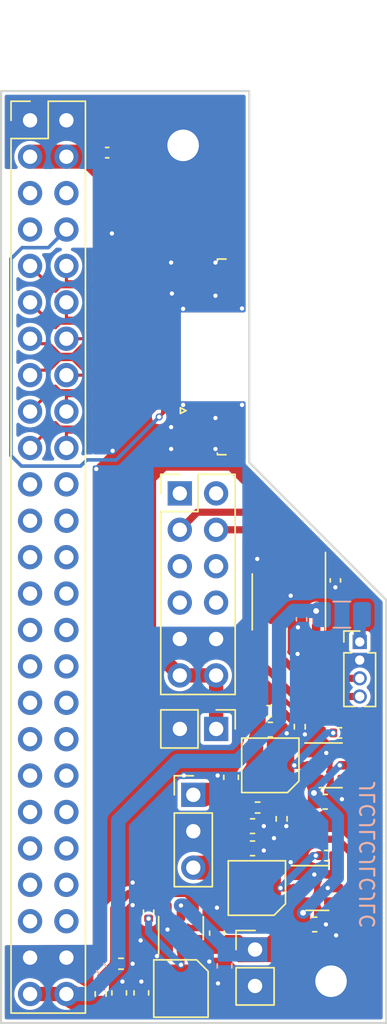
<source format=kicad_pcb>
(kicad_pcb (version 20211014) (generator pcbnew)
  (layers (0 "F.Cu" signal) (31 "B.Cu" signal) (34 "B.Paste" user) (35 "F.Paste" user) (36 "B.SilkS" user "B.Silkscreen") (37 "F.SilkS" user "F.Silkscreen") (38 "B.Mask" user) (39 "F.Mask" user) (44 "Edge.Cuts" user))
  (net 0 "")
  (net 1 "GND")
  (net 2 "+2V5")
  (net 3 "/P20")
  (net 4 "/N20")
  (net 5 "/T19")
  (net 6 "/R19")
  (net 7 "/DB1N")
  (net 8 "/DB1P")
  (net 9 "/DB0N")
  (net 10 "/DB0P")
  (net 11 "/FCLKN")
  (net 12 "/FCLKP")
  (net 13 "/DCLKN")
  (net 14 "/DCLKP")
  (net 15 "/DA1N")
  (net 16 "/DA1P")
  (net 17 "/DA0N")
  (net 18 "/DA0P")
  (net 19 "/U18")
  (net 20 "/U19")
  (net 21 "/W18")
  (net 22 "/W19")
  (net 23 "/V17")
  (net 24 "/V18")
  (net 25 "/V16")
  (net 26 "/W16")
  (net 27 "/V15")
  (net 28 "/W15")
  (net 29 "/Y18")
  (net 30 "/Y19")
  (net 31 "/Y16")
  (net 32 "/Y17")
  (net 33 "/W14")
  (net 34 "/Y14")
  (net 35 "/T14")
  (net 36 "/T15")
  (net 37 "/P14")
  (net 38 "/U14")
  (net 39 "/V12")
  (net 40 "/W13")
  (net 41 "/T12")
  (net 42 "/U12")
  (net 43 "/T10")
  (net 44 "/T11")
  (net 45 "+5V")
  (net 46 "Net-(C6-Pad1)")
  (net 47 "Net-(C6-Pad2)")
  (net 48 "Net-(C7-Pad1)")
  (net 49 "Net-(C7-Pad2)")
  (net 50 "+3V3")
  (net 51 "Net-(F1-Pad2)")
  (net 52 "/F19")
  (net 53 "/F20")
  (net 54 "/CAN_R")
  (net 55 "/CAN_T")
  (net 56 "/H18")
  (net 57 "/H20")
  (net 58 "/J19")
  (net 59 "/J20")
  (net 60 "Net-(J6-Pad3)")
  (net 61 "Net-(J6-Pad4)")
  (net 62 "+3V8")
  (net 63 "Net-(R1-Pad2)")
  (net 64 "Net-(R3-Pad2)")
  (net 65 "+12V")
  (net 66 "Net-(C15-Pad1)")
  (net 67 "Net-(C15-Pad2)")
  (net 68 "+6V")
  (net 69 "Net-(R5-Pad2)")
  (footprint "Capacitor_SMD:C_0402_1005Metric" (layer "F.Cu") (at 100.4062 99.8982)
    (fp_text reference "C15" hide)
    (fp_text value "100n" hide)
  )
  (footprint "Resistor_SMD:R_0402_1005Metric" (layer "F.Cu") (at 94.6404 105.1052)
    (fp_text reference "R3" hide)
    (fp_text value "100k 1%" hide)
  )
  (footprint "Capacitor_SMD:C_0603_1608Metric" (layer "F.Cu") (at 92.7862 102.997 -90)
    (fp_text reference "C16" hide)
    (fp_text value "10u" hide)
  )
  (footprint "Capacitor_SMD:C_0402_1005Metric" (layer "F.Cu") (at 87.020401 112.371599 90)
    (fp_text reference "C6" hide)
    (fp_text value "100n" hide)
  )
  (footprint "Package_TO_SOT_SMD:SOT-23-6" (layer "F.Cu") (at 98.806 110.7186)
    (fp_text reference "U2" hide)
    (fp_text value "LMR51430" hide)
  )
  (footprint "Package_TO_SOT_SMD:SOT-23-6" (layer "F.Cu") (at 89.281 113.5146 90)
    (fp_text reference "U1" hide)
    (fp_text value "LMR51430" hide)
  )
  (footprint "Capacitor_SMD:C_0402_1005Metric" (layer "F.Cu") (at 99.441 108.458)
    (fp_text reference "C7" hide)
    (fp_text value "100n" hide)
  )
  (footprint "Connector_PinHeader_2.54mm:PinHeader_1x03_P2.54mm_Vertical" (layer "F.Cu") (at 90.1446 104.2162)
    (fp_text reference "J7" hide)
    (fp_text value "Conn_01x03_Male" hide)
  )
  (footprint "Capacitor_SMD:C_0603_1608Metric" (layer "F.Cu") (at 91.7956 113.8682 -90)
    (fp_text reference "C4" hide)
    (fp_text value "2u2" hide)
  )
  (footprint "Connector_PinHeader_1.27mm:PinHeader_1x04_P1.27mm_Vertical" (layer "F.Cu") (at 101.7778 93.5482)
    (fp_text reference "J6" hide)
    (fp_text value "Conn_01x04" hide)
  )
  (footprint "MountingHole:MountingHole_2.2mm_M2_ISO7380_Pad_TopBottom" (layer "F.Cu") (at 99.7712 117.221)
    (fp_text reference "H2" hide)
    (fp_text value "MountingHole_Pad" hide)
  )
  (footprint "Capacitor_SMD:C_0603_1608Metric" (layer "F.Cu") (at 95.5294 99.6696 180)
    (fp_text reference "C17" hide)
    (fp_text value "10u" hide)
  )
  (footprint "Resistor_SMD:R_0402_1005Metric" (layer "F.Cu") (at 95.4532 98.3742)
    (fp_text reference "R5" hide)
    (fp_text value "100k 1%" hide)
  )
  (footprint "Resistor_SMD:R_0402_1005Metric" (layer "F.Cu") (at 97.5868 99.4664 -90)
    (fp_text reference "R6" hide)
    (fp_text value "10k 1%" hide)
  )
  (footprint "Capacitor_SMD:C_0603_1608Metric" (layer "F.Cu") (at 99.3648 104.6988 180)
    (fp_text reference "C3" hide)
    (fp_text value "2u2" hide)
  )
  (footprint "Connector_PinHeader_2.54mm:PinHeader_2x25_P2.54mm_Vertical" (layer "F.Cu") (at 78.735 57.155)
    (fp_text reference "J1" hide)
    (fp_text value "Conn_02x25_Odd_Even" hide)
  )
  (footprint "Resistor_SMD:R_0402_1005Metric" (layer "F.Cu") (at 96.3168 105.8926 -90)
    (fp_text reference "R4" hide)
    (fp_text value "18k7 1%" hide)
  )
  (footprint "Connector_PinHeader_2.54mm:PinHeader_2x06_P2.54mm_Vertical" (layer "F.Cu") (at 89.1998 83.185)
    (fp_text reference "J3" hide)
    (fp_text value "Conn_02x06_Odd_Even" hide)
  )
  (footprint "Capacitor_SMD:C_0603_1608Metric" (layer "F.Cu") (at 84.963001 118.035799 -90)
    (fp_text reference "C11" hide)
    (fp_text value "10u" hide)
  )
  (footprint "Resistor_SMD:R_0402_1005Metric" (layer "F.Cu") (at 85.09 116.0018)
    (fp_text reference "R2" hide)
    (fp_text value "13k7 1%" hide)
  )
  (footprint "Capacitor_SMD:C_0402_1005Metric" (layer "F.Cu") (at 100.076 89.2556 90)
    (fp_text reference "C8" hide)
    (fp_text value "100n" hide)
  )
  (footprint "MountingHole:MountingHole_2.2mm_M2_ISO7380_Pad_TopBottom" (layer "F.Cu") (at 89.4334 58.9026)
    (fp_text reference "H1" hide)
    (fp_text value "MountingHole_Pad" hide)
  )
  (footprint "Package_TO_SOT_SMD:SOT-23-6" (layer "F.Cu") (at 99.7458 102.1588)
    (fp_text reference "U4" hide)
    (fp_text value "LMR51430" hide)
  )
  (footprint "Capacitor_SMD:C_0402_1005Metric" (layer "F.Cu") (at 84.1248 59.4106 180)
    (fp_text reference "C14" hide)
    (fp_text value "100n" hide)
  )
  (footprint "Connector_PinHeader_2.54mm:PinHeader_1x02_P2.54mm_Vertical" (layer "F.Cu") (at 91.7448 99.6188 -90)
    (fp_text reference "J5" hide)
    (fp_text value "Conn_01x02_Male" hide)
  )
  (footprint "Capacitor_SMD:C_0603_1608Metric" (layer "F.Cu") (at 98.6282 113.2586 180)
    (fp_text reference "C5" hide)
    (fp_text value "2u2" hide)
  )
  (footprint "SRP3212A:SRP3212A" (layer "F.Cu") (at 89.281 117.731 180)
    (fp_text reference "L1" hide)
    (fp_text value "3u3" hide)
  )
  (footprint "Capacitor_SMD:C_0603_1608Metric" (layer "F.Cu") (at 94.284801 106.400599 180)
    (fp_text reference "C12" hide)
    (fp_text value "10u" hide)
  )
  (footprint "SRP3212A:SRP3212A" (layer "F.Cu") (at 95.5294 102.1588 90)
    (fp_text reference "L3" hide)
    (fp_text value "3u3" hide)
  )
  (footprint "Capacitor_SMD:C_0603_1608Metric" (layer "F.Cu") (at 94.284801 107.95 180)
    (fp_text reference "C10" hide)
    (fp_text value "10u" hide)
  )
  (footprint "Resistor_SMD:R_0402_1005Metric" (layer "F.Cu") (at 83.6676 118.111999 90)
    (fp_text reference "R1" hide)
    (fp_text value "100k 1%" hide)
  )
  (footprint "Capacitor_SMD:C_0603_1608Metric" (layer "F.Cu") (at 86.5124 118.035799 -90)
    (fp_text reference "C9" hide)
    (fp_text value "10u" hide)
  )
  (footprint "Connector_PinHeader_2.54mm:PinHeader_1x02_P2.54mm_Vertical" (layer "F.Cu") (at 94.4626 115.0112)
    (fp_text reference "J4" hide)
    (fp_text value "Conn_01x02_Male" hide)
  )
  (footprint "SRP3212A:SRP3212A" (layer "F.Cu") (at 94.5896 110.7186 90)
    (fp_text reference "L2" hide)
    (fp_text value "3u3" hide)
  )
  (footprint "Package_SO:SOIC-8_3.9x4.9mm_P1.27mm" (layer "F.Cu") (at 96.8248 90.7542 -90)
    (fp_text reference "U3" hide)
    (fp_text value "ISO1044UB" hide)
  )
  (footprint "Connector_FFC-FPC:TE_1-1734839-6_1x16-1MP_P0.5mm_Horizontal" (layer "F.Cu") (at 89.789 73.66 90)
    (fp_text reference "J2" hide)
    (fp_text value "Conn_01x16_MountingPin" hide)
  )
  (footprint "Fuse:Fuse_1206_3216Metric" (layer "B.Cu") (at 100.5332 91.6432)
    (fp_text reference "F1" hide)
    (fp_text value "0.2A" hide)
  )
  (footprint "Capacitor_SMD:C_0402_1005Metric" (layer "B.Cu") (at 83.7184 116.332 135)
    (fp_text reference "C1" hide)
    (fp_text value "100n" hide)
  )
  (footprint "Capacitor_SMD:C_0603_1608Metric" (layer "B.Cu") (at 92.329 116.1542 90)
    (fp_text reference "C2" hide)
    (fp_text value "10u" hide)
  )
  (footprint "Capacitor_SMD:C_0402_1005Metric" (layer "B.Cu") (at 97.7138 91.9734 -90)
    (fp_text reference "C13" hide)
    (fp_text value "100n" hide)
  )
  (gr_poly (pts (xy 76.708 120.142) (xy 103.632 120.142) (xy 103.632 90.6272) (xy 94.0562 81.026) (xy 94.0562 55.118) (xy 76.708 55.118)) (layer "Edge.Cuts") (width 0.15) (fill none))
  (gr_text "JLCJLCJLCJLC\n" (at 102.3366 108.3818 90) (layer "B.SilkS") (effects (font (size 1 1)) (justify mirror)))
  (segment (start 89.3064 76.8858) (end 88.4632 76.8858) (width 0.25) (layer "F.Cu") (net 1))
  (segment (start 89.4334 77.0128) (end 89.3064 76.8858) (width 0.25) (layer "F.Cu") (net 1))
  (segment (start 88.4148 76.8858) (end 88.439 76.91) (width 0.25) (layer "F.Cu") (net 1))
  (segment (start 83.3628 81.4832) (end 83.3628 81.407) (width 0.25) (layer "F.Cu") (net 1))
  (segment (start 89.3064 70.4342) (end 88.4632 70.4342) (width 0.25) (layer "F.Cu") (net 1))
  (segment (start 88.4632 70.4342) (end 88.439 70.41) (width 0.25) (layer "F.Cu") (net 1))
  (segment (start 83.3628 81.407) (end 87.884 76.8858) (width 0.25) (layer "F.Cu") (net 1))
  (segment (start 87.884 76.8858) (end 88.4148 76.8858) (width 0.25) (layer "F.Cu") (net 1))
  (segment (start 88.4632 76.8858) (end 88.439 76.91) (width 0.25) (layer "F.Cu") (net 1))
  (segment (start 89.4334 70.3072) (end 89.3064 70.4342) (width 0.25) (layer "F.Cu") (net 1))
  (via (at 97.4598 92.5322) (size 0.5) (drill 0.3) (layers "F.Cu" "B.Cu") (net 1))
  (via (at 93.5482 70.2818) (size 0.5) (drill 0.3) (layers "F.Cu" "B.Cu") (net 1))
  (via (at 83.3628 81.4832) (size 0.5) (drill 0.3) (layers "F.Cu" "B.Cu") (net 1))
  (via (at 85.9028 110.3376) (size 0.5) (drill 0.3) (layers "F.Cu" "B.Cu") (net 1))
  (via (at 91.694 69.3928) (size 0.5) (drill 0.3) (layers "F.Cu" "B.Cu") (net 1))
  (via (at 91.8718 117.3734) (size 0.5) (drill 0.3) (layers "F.Cu" "B.Cu") (net 1))
  (via (at 89.4334 70.3072) (size 0.5) (drill 0.3) (layers "F.Cu" "B.Cu") (net 1))
  (via (at 85.1916 117.2464) (size 0.5) (drill 0.3) (layers "F.Cu" "B.Cu") (net 1))
  (via (at 95.0722 106.4006) (size 0.5) (drill 0.3) (layers "F.Cu" "B.Cu") (net 1))
  (via (at 100.5332 104.521) (size 0.5) (drill 0.3) (layers "F.Cu" "B.Cu") (net 1))
  (via (at 91.8464 102.87) (size 0.5) (drill 0.3) (layers "F.Cu" "B.Cu") (net 1))
  (via (at 96.9518 90.3224) (size 0.5) (drill 0.3) (layers "F.Cu" "B.Cu") (net 1))
  (via (at 91.694 80.0862) (size 0.5) (drill 0.3) (layers "F.Cu" "B.Cu") (net 1))
  (via (at 84.5058 80.2132) (size 0.5) (drill 0.3) (layers "F.Cu" "B.Cu") (net 1))
  (via (at 95.0722 108.1024) (size 0.5) (drill 0.3) (layers "F.Cu" "B.Cu") (net 1))
  (via (at 88.5952 67.0814) (size 0.5) (drill 0.3) (layers "F.Cu" "B.Cu") (net 1))
  (via (at 85.9028 111.9124) (size 0.5) (drill 0.3) (layers "F.Cu" "B.Cu") (net 1))
  (via (at 86.5124 117.2464) (size 0.5) (drill 0.3) (layers "F.Cu" "B.Cu") (net 1))
  (via (at 84.455 65.0494) (size 0.5) (drill 0.3) (layers "F.Cu" "B.Cu") (net 1))
  (via (at 85.9028 116.0018) (size 0.5) (drill 0.3) (layers "F.Cu" "B.Cu") (net 1))
  (via (at 96.9518 108.9152) (size 0.5) (drill 0.3) (layers "F.Cu" "B.Cu") (net 1))
  (via (at 87.6046 115.4684) (size 0.5) (drill 0.3) (layers "F.Cu" "B.Cu") (net 1))
  (via (at 100.076 89.7382) (size 0.5) (drill 0.3) (layers "F.Cu" "B.Cu") (net 1))
  (via (at 91.7956 112.0902) (size 0.5) (drill 0.3) (layers "F.Cu" "B.Cu") (net 1))
  (via (at 89.4842 102.87) (size 0.5) (drill 0.3) (layers "F.Cu" "B.Cu") (net 1))
  (via (at 99.441 101.2952) (size 0.5) (drill 0.3) (layers "F.Cu" "B.Cu") (net 1))
  (via (at 91.694 67.0814) (size 0.5) (drill 0.3) (layers "F.Cu" "B.Cu") (net 1))
  (via (at 89.4334 77.0128) (size 0.5) (drill 0.3) (layers "F.Cu" "B.Cu") (net 1))
  (via (at 95.7834 107.2388) (size 0.5) (drill 0.3) (layers "F.Cu" "B.Cu") (net 1))
  (via (at 96.647 106.4006) (size 0.5) (drill 0.3) (layers "F.Cu" "B.Cu") (net 1))
  (via (at 96.6724 99.9236) (size 0.5) (drill 0.3) (layers "F.Cu" "B.Cu") (net 1))
  (via (at 88.5952 78.5622) (size 0.5) (drill 0.3) (layers "F.Cu" "B.Cu") (net 1))
  (via (at 99.4156 113.2586) (size 0.5) (drill 0.3) (layers "F.Cu" "B.Cu") (net 1))
  (via (at 91.694 77.9272) (size 0.5) (drill 0.3) (layers "F.Cu" "B.Cu") (net 1))
  (via (at 94.615 87.757) (size 0.5) (drill 0.3) (layers "F.Cu" "B.Cu") (net 1))
  (via (at 97.4344 94.3864) (size 0.5) (drill 0.3) (layers "F.Cu" "B.Cu") (net 1))
  (via (at 88.3412 113.6142) (size 0.5) (drill 0.3) (layers "F.Cu" "B.Cu") (net 1))
  (via (at 93.5482 77.0128) (size 0.5) (drill 0.3) (layers "F.Cu" "B.Cu") (net 1))
  (via (at 88.646 69.2404) (size 0.5) (drill 0.3) (layers "F.Cu" "B.Cu") (net 1))
  (via (at 100.1268 114.0206) (size 0.5) (drill 0.3) (layers "F.Cu" "B.Cu") (net 1))
  (via (at 98.6028 109.7788) (size 0.5) (drill 0.3) (layers "F.Cu" "B.Cu") (net 1))
  (via (at 97.9424 99.9998) (size 0.5) (drill 0.3) (layers "F.Cu" "B.Cu") (net 1))
  (via (at 86.4616 114.3762) (size 0.5) (drill 0.3) (layers "F.Cu" "B.Cu") (net 1))
  (via (at 91.2622 115.8494) (size 0.5) (drill 0.3) (layers "F.Cu" "B.Cu") (net 1))
  (via (at 88.5952 80.0862) (size 0.5) (drill 0.3) (layers "F.Cu" "B.Cu") (net 1))
  (segment (start 81.275 59.695) (end 78.735 59.695) (width 1) (layer "F.Cu") (net 2))
  (segment (start 87.757 77.851) (end 88.198 77.41) (width 0.25) (layer "F.Cu") (net 6))
  (segment (start 88.198 77.41) (end 88.439 77.41) (width 0.25) (layer "F.Cu") (net 6))
  (via (at 87.757 77.851) (size 0.5) (drill 0.3) (layers "F.Cu" "B.Cu") (net 6))
  (segment (start 77.3938 66.8274) (end 78.1812 66.04) (width 0.25) (layer "B.Cu") (net 6))
  (segment (start 82.7024 80.8482) (end 82.2706 81.28) (width 0.25) (layer "B.Cu") (net 6))
  (segment (start 77.3938 80.5434) (end 77.3938 66.8274) (width 0.25) (layer "B.Cu") (net 6))
  (segment (start 80.01 66.04) (end 81.275 64.775) (width 0.25) (layer "B.Cu") (net 6))
  (segment (start 82.2706 81.28) (end 78.1304 81.28) (width 0.25) (layer "B.Cu") (net 6))
  (segment (start 87.757 77.851) (end 84.7598 80.8482) (width 0.25) (layer "B.Cu") (net 6))
  (segment (start 78.1812 66.04) (end 80.01 66.04) (width 0.25) (layer "B.Cu") (net 6))
  (segment (start 78.1304 81.28) (end 77.3938 80.5434) (width 0.25) (layer "B.Cu") (net 6))
  (segment (start 84.7598 80.8482) (end 82.7024 80.8482) (width 0.25) (layer "B.Cu") (net 6))
  (segment (start 80.824951 68.768489) (end 80.50672 69.08672) (width 0.22) (layer "F.Cu") (net 7))
  (segment (start 80.50672 69.08672) (end 78.735 67.315) (width 0.22) (layer "F.Cu") (net 7))
  (segment (start 88.439 71.41) (end 87.613999 71.41) (width 0.22) (layer "F.Cu") (net 7))
  (segment (start 84.972488 68.768489) (end 80.824951 68.768489) (width 0.22) (layer "F.Cu") (net 7))
  (segment (start 87.613999 71.41) (end 84.972488 68.768489) (width 0.22) (layer "F.Cu") (net 7))
  (segment (start 84.270898 68.421498) (end 84.320898 68.421498) (width 0.22) (layer "F.Cu") (net 8))
  (segment (start 84.070898 67.859178) (end 84.070898 68.221498) (width 0.22) (layer "F.Cu") (net 8))
  (segment (start 83.670898 68.221498) (end 83.670898 67.859178) (width 0.22) (layer "F.Cu") (net 8))
  (segment (start 81.275 67.315) (end 81.275 68.421498) (width 0.22) (layer "F.Cu") (net 8))
  (segment (start 84.320898 68.421498) (end 85.125497 68.421498) (width 0.22) (layer "F.Cu") (net 8))
  (segment (start 82.870898 68.221498) (end 82.870898 67.859178) (width 0.22) (layer "F.Cu") (net 8))
  (segment (start 81.275 68.421498) (end 82.670898 68.421498) (width 0.22) (layer "F.Cu") (net 8))
  (segment (start 83.270898 67.859178) (end 83.270898 68.221498) (width 0.22) (layer "F.Cu") (net 8))
  (segment (start 87.613999 70.91) (end 88.439 70.91) (width 0.22) (layer "F.Cu") (net 8))
  (segment (start 85.125497 68.421498) (end 87.613999 70.91) (width 0.22) (layer "F.Cu") (net 8))
  (arc (start 83.270898 68.221498) (mid 83.329477 68.362919) (end 83.470898 68.421498) (width 0.22) (layer "F.Cu") (net 8))
  (arc (start 83.870898 67.659178) (mid 84.012319 67.717757) (end 84.070898 67.859178) (width 0.22) (layer "F.Cu") (net 8))
  (arc (start 84.070898 68.221498) (mid 84.129477 68.362919) (end 84.270898 68.421498) (width 0.22) (layer "F.Cu") (net 8))
  (arc (start 83.470898 68.421498) (mid 83.612319 68.362919) (end 83.670898 68.221498) (width 0.22) (layer "F.Cu") (net 8))
  (arc (start 83.070898 67.659178) (mid 83.212319 67.717757) (end 83.270898 67.859178) (width 0.22) (layer "F.Cu") (net 8))
  (arc (start 83.670898 67.859178) (mid 83.729477 67.717757) (end 83.870898 67.659178) (width 0.22) (layer "F.Cu") (net 8))
  (arc (start 82.670898 68.421498) (mid 82.812319 68.362919) (end 82.870898 68.221498) (width 0.22) (layer "F.Cu") (net 8))
  (arc (start 82.870898 67.859178) (mid 82.929477 67.717757) (end 83.070898 67.659178) (width 0.22) (layer "F.Cu") (net 8))
  (segment (start 85.444632 70.911809) (end 85.444632 70.738314) (width 0.22) (layer "F.Cu") (net 9))
  (segment (start 87.613999 72.41) (end 86.512488 71.308489) (width 0.22) (layer "F.Cu") (net 9))
  (segment (start 80.50672 71.62672) (end 78.735 69.855) (width 0.22) (layer "F.Cu") (net 9))
  (segment (start 85.394943 70.688625) (end 85.147321 70.688625) (width 0.22) (layer "F.Cu") (net 9))
  (segment (start 84.453331 71.308488) (end 83.819265 71.308489) (width 0.22) (layer "F.Cu") (net 9))
  (segment (start 80.824951 71.308489) (end 80.50672 71.62672) (width 0.22) (layer "F.Cu") (net 9))
  (segment (start 84.700953 71.308488) (end 84.453331 71.308488) (width 0.22) (layer "F.Cu") (net 9))
  (segment (start 86.512488 71.308489) (end 85.841311 71.308488) (width 0.22) (layer "F.Cu") (net 9))
  (segment (start 88.439 72.41) (end 87.613999 72.41) (width 0.22) (layer "F.Cu") (net 9))
  (segment (start 85.097632 70.738314) (end 85.097632 70.911809) (width 0.22) (layer "F.Cu") (net 9))
  (segment (start 83.819265 71.308489) (end 80.824951 71.308489) (width 0.22) (layer "F.Cu") (net 9))
  (arc (start 85.444632 70.738314) (mid 85.430078 70.703179) (end 85.394943 70.688625) (width 0.22) (layer "F.Cu") (net 9))
  (arc (start 85.841311 71.308488) (mid 85.560817 71.192303) (end 85.444632 70.911809) (width 0.22) (layer "F.Cu") (net 9))
  (arc (start 85.097632 70.911809) (mid 84.981447 71.192303) (end 84.700953 71.308488) (width 0.22) (layer "F.Cu") (net 9))
  (arc (start 85.147321 70.688625) (mid 85.112186 70.703179) (end 85.097632 70.738314) (width 0.22) (layer "F.Cu") (net 9))
  (segment (start 84.346298 70.961498) (end 84.700953 70.961498) (width 0.22) (layer "F.Cu") (net 10))
  (segment (start 84.750642 70.911809) (end 84.750642 70.848917) (width 0.22) (layer "F.Cu") (net 10))
  (segment (start 83.296298 70.399177) (end 83.296298 70.761498) (width 0.22) (layer "F.Cu") (net 10))
  (segment (start 83.696298 70.761498) (end 83.696298 70.399177) (width 0.22) (layer "F.Cu") (net 10))
  (segment (start 86.665497 70.961498) (end 87.613999 71.91) (width 0.22) (layer "F.Cu") (net 10))
  (segment (start 84.750642 70.848917) (end 84.750642 70.738314) (width 0.22) (layer "F.Cu") (net 10))
  (segment (start 87.613999 71.91) (end 88.439 71.91) (width 0.22) (layer "F.Cu") (net 10))
  (segment (start 85.791622 70.738314) (end 85.791622 70.911809) (width 0.22) (layer "F.Cu") (net 10))
  (segment (start 82.896298 70.761498) (end 82.896298 70.399177) (width 0.22) (layer "F.Cu") (net 10))
  (segment (start 84.296298 70.961498) (end 84.346298 70.961498) (width 0.22) (layer "F.Cu") (net 10))
  (segment (start 85.147321 70.341635) (end 85.394943 70.341635) (width 0.22) (layer "F.Cu") (net 10))
  (segment (start 85.841311 70.961498) (end 86.665497 70.961498) (width 0.22) (layer "F.Cu") (net 10))
  (segment (start 81.275 69.855) (end 81.275 70.961498) (width 0.22) (layer "F.Cu") (net 10))
  (segment (start 84.096298 70.399177) (end 84.096298 70.761498) (width 0.22) (layer "F.Cu") (net 10))
  (segment (start 81.275 70.961498) (end 82.696298 70.961498) (width 0.22) (layer "F.Cu") (net 10))
  (arc (start 82.696298 70.961498) (mid 82.837719 70.902919) (end 82.896298 70.761498) (width 0.22) (layer "F.Cu") (net 10))
  (arc (start 83.296298 70.761498) (mid 83.354877 70.902919) (end 83.496298 70.961498) (width 0.22) (layer "F.Cu") (net 10))
  (arc (start 84.750642 70.738314) (mid 84.866827 70.45782) (end 85.147321 70.341635) (width 0.22) (layer "F.Cu") (net 10))
  (arc (start 84.096298 70.761498) (mid 84.154877 70.902919) (end 84.296298 70.961498) (width 0.22) (layer "F.Cu") (net 10))
  (arc (start 85.394943 70.341635) (mid 85.675437 70.45782) (end 85.791622 70.738314) (width 0.22) (layer "F.Cu") (net 10))
  (arc (start 83.896298 70.199177) (mid 84.037719 70.257756) (end 84.096298 70.399177) (width 0.22) (layer "F.Cu") (net 10))
  (arc (start 83.696298 70.399177) (mid 83.754877 70.257756) (end 83.896298 70.199177) (width 0.22) (layer "F.Cu") (net 10))
  (arc (start 84.700953 70.961498) (mid 84.736088 70.946944) (end 84.750642 70.911809) (width 0.22) (layer "F.Cu") (net 10))
  (arc (start 85.791622 70.911809) (mid 85.806176 70.946944) (end 85.841311 70.961498) (width 0.22) (layer "F.Cu") (net 10))
  (arc (start 83.096298 70.199177) (mid 83.237719 70.257756) (end 83.296298 70.399177) (width 0.22) (layer "F.Cu") (net 10))
  (arc (start 83.496298 70.961498) (mid 83.637719 70.902919) (end 83.696298 70.761498) (width 0.22) (layer "F.Cu") (net 10))
  (arc (start 82.896298 70.399177) (mid 82.954877 70.257756) (end 83.096298 70.199177) (width 0.22) (layer "F.Cu") (net 10))
  (segment (start 81.725049 73.481511) (end 80.824951 73.481511) (width 0.22) (layer "F.Cu") (net 11))
  (segment (start 80.824951 73.481511) (end 80.08544 72.742) (width 0.22) (layer "F.Cu") (net 11))
  (segment (start 82.46456 72.742) (end 81.725049 73.481511) (width 0.22) (layer "F.Cu") (net 11))
  (segment (start 79.082 72.742) (end 78.735 72.395) (width 0.22) (layer "F.Cu") (net 11))
  (segment (start 87.519736 73.296511) (end 86.965225 72.742) (width 0.22) (layer "F.Cu") (net 11))
  (segment (start 88.439 73.41) (end 88.325511 73.296511) (width 0.22) (layer "F.Cu") (net 11))
  (segment (start 80.08544 72.742) (end 79.082 72.742) (width 0.22) (layer "F.Cu") (net 11))
  (segment (start 86.965225 72.742) (end 82.46456 72.742) (width 0.22) (layer "F.Cu") (net 11))
  (segment (start 88.325511 73.296511) (end 87.519736 73.296511) (width 0.22) (layer "F.Cu") (net 11))
  (segment (start 85.682 71.937058) (end 85.682 72.195) (width 0.22) (layer "F.Cu") (net 12))
  (segment (start 81.275 72.395) (end 82.682 72.395) (width 0.22) (layer "F.Cu") (net 12))
  (segment (start 82.882 72.195) (end 82.882 72.037058) (width 0.22) (layer "F.Cu") (net 12))
  (segment (start 86.732 72.395) (end 87.108945 72.395) (width 0.22) (layer "F.Cu") (net 12))
  (segment (start 84.082 72.037058) (end 84.082 72.195) (width 0.22) (layer "F.Cu") (net 12))
  (segment (start 83.282 72.037058) (end 83.282 72.195) (width 0.22) (layer "F.Cu") (net 12))
  (segment (start 87.510456 72.796511) (end 88.316244 72.796511) (width 0.22) (layer "F.Cu") (net 12))
  (segment (start 83.682 72.195) (end 83.682 72.037058) (width 0.22) (layer "F.Cu") (net 12))
  (segment (start 85.882 72.395) (end 86.732 72.395) (width 0.22) (layer "F.Cu") (net 12))
  (segment (start 84.482 72.195) (end 84.482 72.037058) (width 0.22) (layer "F.Cu") (net 12))
  (segment (start 85.282 72.195) (end 85.282 71.937058) (width 0.22) (layer "F.Cu") (net 12))
  (segment (start 88.429733 72.91) (end 88.439 72.91) (width 0.22) (layer "F.Cu") (net 12))
  (segment (start 88.316244 72.796511) (end 88.429733 72.91) (width 0.22) (layer "F.Cu") (net 12))
  (segment (start 84.882 72.037058) (end 84.882 72.195) (width 0.22) (layer "F.Cu") (net 12))
  (segment (start 87.108945 72.395) (end 87.510456 72.796511) (width 0.22) (layer "F.Cu") (net 12))
  (arc (start 85.682 72.195) (mid 85.740579 72.336421) (end 85.882 72.395) (width 0.22) (layer "F.Cu") (net 12))
  (arc (start 84.682 71.837058) (mid 84.823421 71.895637) (end 84.882 72.037058) (width 0.22) (layer "F.Cu") (net 12))
  (arc (start 84.882 72.195) (mid 84.940579 72.336421) (end 85.082 72.395) (width 0.22) (layer "F.Cu") (net 12))
  (arc (start 83.882 71.837058) (mid 84.023421 71.895637) (end 84.082 72.037058) (width 0.22) (layer "F.Cu") (net 12))
  (arc (start 83.482 72.395) (mid 83.623421 72.336421) (end 83.682 72.195) (width 0.22) (layer "F.Cu") (net 12))
  (arc (start 82.682 72.395) (mid 82.823421 72.336421) (end 82.882 72.195) (width 0.22) (layer "F.Cu") (net 12))
  (arc (start 83.282 72.195) (mid 83.340579 72.336421) (end 83.482 72.395) (width 0.22) (layer "F.Cu") (net 12))
  (arc (start 84.082 72.195) (mid 84.140579 72.336421) (end 84.282 72.395) (width 0.22) (layer "F.Cu") (net 12))
  (arc (start 85.282 71.937058) (mid 85.340579 71.795637) (end 85.482 71.737058) (width 0.22) (layer "F.Cu") (net 12))
  (arc (start 85.082 72.395) (mid 85.223421 72.336421) (end 85.282 72.195) (width 0.22) (layer "F.Cu") (net 12))
  (arc (start 83.082 71.837058) (mid 83.223421 71.895637) (end 83.282 72.037058) (width 0.22) (layer "F.Cu") (net 12))
  (arc (start 83.682 72.037058) (mid 83.740579 71.895637) (end 83.882 71.837058) (width 0.22) (layer "F.Cu") (net 12))
  (arc (start 84.282 72.395) (mid 84.423421 72.336421) (end 84.482 72.195) (width 0.22) (layer "F.Cu") (net 12))
  (arc (start 84.482 72.037058) (mid 84.540579 71.895637) (end 84.682 71.837058) (width 0.22) (layer "F.Cu") (net 12))
  (arc (start 85.482 71.737058) (mid 85.623421 71.795637) (end 85.682 71.937058) (width 0.22) (layer "F.Cu") (net 12))
  (arc (start 82.882 72.037058) (mid 82.940579 71.895637) (end 83.082 71.837058) (width 0.22) (layer "F.Cu") (net 12))
  (segment (start 87.510456 74.523489) (end 88.316244 74.523489) (width 0.22) (layer "F.Cu") (net 13))
  (segment (start 87.098945 74.935) (end 87.510456 74.523489) (width 0.22) (layer "F.Cu") (net 13))
  (segment (start 85.2566 75.135) (end 85.2566 75.392942) (width 0.22) (layer "F.Cu") (net 13))
  (segment (start 84.8566 75.292942) (end 84.8566 75.135) (width 0.22) (layer "F.Cu") (net 13))
  (segment (start 85.8566 74.935) (end 86.7066 74.935) (width 0.22) (layer "F.Cu") (net 13))
  (segment (start 88.316244 74.523489) (end 88.429733 74.41) (width 0.22) (layer "F.Cu") (net 13))
  (segment (start 82.8566 75.135) (end 82.8566 75.292942) (width 0.22) (layer "F.Cu") (net 13))
  (segment (start 88.429733 74.41) (end 88.439 74.41) (width 0.22) (layer "F.Cu") (net 13))
  (segment (start 86.7066 74.935) (end 87.098945 74.935) (width 0.22) (layer "F.Cu") (net 13))
  (segment (start 85.6566 75.392942) (end 85.6566 75.135) (width 0.22) (layer "F.Cu") (net 13))
  (segment (start 81.275 74.935) (end 82.6566 74.935) (width 0.22) (layer "F.Cu") (net 13))
  (segment (start 83.2566 75.292942) (end 83.2566 75.135) (width 0.22) (layer "F.Cu") (net 13))
  (segment (start 84.4566 75.135) (end 84.4566 75.292942) (width 0.22) (layer "F.Cu") (net 13))
  (segment (start 83.6566 75.135) (end 83.6566 75.292942) (width 0.22) (layer "F.Cu") (net 13))
  (segment (start 84.0566 75.292942) (end 84.0566 75.135) (width 0.22) (layer "F.Cu") (net 13))
  (arc (start 85.4566 75.592942) (mid 85.598021 75.534363) (end 85.6566 75.392942) (width 0.22) (layer "F.Cu") (net 13))
  (arc (start 84.4566 75.292942) (mid 84.515179 75.434363) (end 84.6566 75.492942) (width 0.22) (layer "F.Cu") (net 13))
  (arc (start 82.6566 74.935) (mid 82.798021 74.993579) (end 82.8566 75.135) (width 0.22) (layer "F.Cu") (net 13))
  (arc (start 84.6566 75.492942) (mid 84.798021 75.434363) (end 84.8566 75.292942) (width 0.22) (layer "F.Cu") (net 13))
  (arc (start 84.8566 75.135) (mid 84.915179 74.993579) (end 85.0566 74.935) (width 0.22) (layer "F.Cu") (net 13))
  (arc (start 85.2566 75.392942) (mid 85.315179 75.534363) (end 85.4566 75.592942) (width 0.22) (layer "F.Cu") (net 13))
  (arc (start 84.2566 74.935) (mid 84.398021 74.993579) (end 84.4566 75.135) (width 0.22) (layer "F.Cu") (net 13))
  (arc (start 83.6566 75.292942) (mid 83.715179 75.434363) (end 83.8566 75.492942) (width 0.22) (layer "F.Cu") (net 13))
  (arc (start 83.2566 75.135) (mid 83.315179 74.993579) (end 83.4566 74.935) (width 0.22) (layer "F.Cu") (net 13))
  (arc (start 83.8566 75.492942) (mid 83.998021 75.434363) (end 84.0566 75.292942) (width 0.22) (layer "F.Cu") (net 13))
  (arc (start 85.6566 75.135) (mid 85.715179 74.993579) (end 85.8566 74.935) (width 0.22) (layer "F.Cu") (net 13))
  (arc (start 83.0566 75.492942) (mid 83.198021 75.434363) (end 83.2566 75.292942) (width 0.22) (layer "F.Cu") (net 13))
  (arc (start 85.0566 74.935) (mid 85.198021 74.993579) (end 85.2566 75.135) (width 0.22) (layer "F.Cu") (net 13))
  (arc (start 84.0566 75.135) (mid 84.115179 74.993579) (end 84.2566 74.935) (width 0.22) (layer "F.Cu") (net 13))
  (arc (start 83.4566 74.935) (mid 83.598021 74.993579) (end 83.6566 75.135) (width 0.22) (layer "F.Cu") (net 13))
  (arc (start 82.8566 75.292942) (mid 82.915179 75.434363) (end 83.0566 75.492942) (width 0.22) (layer "F.Cu") (net 13))
  (segment (start 88.325511 74.023489) (end 87.519736 74.023489) (width 0.22) (layer "F.Cu") (net 14))
  (segment (start 81.725049 73.848489) (end 80.824951 73.848489) (width 0.22) (layer "F.Cu") (net 14))
  (segment (start 88.439 73.91) (end 88.325511 74.023489) (width 0.22) (layer "F.Cu") (net 14))
  (segment (start 80.08544 74.588) (end 79.082 74.588) (width 0.22) (layer "F.Cu") (net 14))
  (segment (start 87.519736 74.023489) (end 86.955225 74.588) (width 0.22) (layer "F.Cu") (net 14))
  (segment (start 79.082 74.588) (end 78.735 74.935) (width 0.22) (layer "F.Cu") (net 14))
  (segment (start 82.46456 74.588) (end 81.725049 73.848489) (width 0.22) (layer "F.Cu") (net 14))
  (segment (start 86.955225 74.588) (end 82.46456 74.588) (width 0.22) (layer "F.Cu") (net 14))
  (segment (start 80.824951 73.848489) (end 80.08544 74.588) (width 0.22) (layer "F.Cu") (net 14))
  (segment (start 81.275 76.368502) (end 82.693102 76.368502) (width 0.22) (layer "F.Cu") (net 15))
  (segment (start 81.275 77.475) (end 81.275 76.368502) (width 0.22) (layer "F.Cu") (net 15))
  (segment (start 84.293099 76.368498) (end 84.2931 76.368501) (width 0.22) (layer "F.Cu") (net 15))
  (segment (start 84.695455 76.417164) (end 84.695455 76.59066) (width 0.22) (layer "F.Cu") (net 15))
  (segment (start 84.293098 76.368498) (end 84.293099 76.368498) (width 0.22) (layer "F.Cu") (net 15))
  (segment (start 85.785098 76.368501) (end 86.655497 76.368502) (width 0.22) (layer "F.Cu") (net 15))
  (segment (start 85.206677 76.986313) (end 85.340782 76.986313) (width 0.22) (layer "F.Cu") (net 15))
  (segment (start 85.091108 76.986313) (end 85.206677 76.986313) (width 0.22) (layer "F.Cu") (net 15))
  (segment (start 85.736435 76.59066) (end 85.736435 76.417164) (width 0.22) (layer "F.Cu") (net 15))
  (segment (start 83.4931 76.368498) (end 83.493101 76.368502) (width 0.22) (layer "F.Cu") (net 15))
  (segment (start 87.613999 75.41) (end 88.439 75.41) (width 0.22) (layer "F.Cu") (net 15))
  (segment (start 83.6931 76.568501) (end 83.693101 76.568501) (width 0.22) (layer "F.Cu") (net 15))
  (segment (start 84.0931 76.930823) (end 84.093099 76.568499) (width 0.22) (layer "F.Cu") (net 15))
  (segment (start 83.693101 76.568501) (end 83.693101 76.930824) (width 0.22) (layer "F.Cu") (net 15))
  (segment (start 83.493099 76.368498) (end 83.4931 76.368498) (width 0.22) (layer "F.Cu") (net 15))
  (segment (start 84.2931 76.368501) (end 84.646792 76.368501) (width 0.22) (layer "F.Cu") (net 15))
  (segment (start 86.655497 76.368502) (end 87.613999 75.41) (width 0.22) (layer "F.Cu") (net 15))
  (segment (start 82.893102 76.568501) (end 82.893102 76.930824) (width 0.22) (layer "F.Cu") (net 15))
  (segment (start 82.893101 76.568501) (end 82.893102 76.568501) (width 0.22) (layer "F.Cu") (net 15))
  (segment (start 83.293101 76.930823) (end 83.2931 76.568499) (width 0.22) (layer "F.Cu") (net 15))
  (arc (start 82.893102 76.930824) (mid 82.951681 77.072245) (end 83.093102 77.130824) (width 0.22) (layer "F.Cu") (net 15))
  (arc (start 83.2931 76.568499) (mid 83.351678 76.427077) (end 83.493099 76.368498) (width 0.22) (layer "F.Cu") (net 15))
  (arc (start 84.646792 76.368501) (mid 84.681202 76.382754) (end 84.695455 76.417164) (width 0.22) (layer "F.Cu") (net 15))
  (arc (start 85.340782 76.986313) (mid 85.620551 76.870429) (end 85.736435 76.59066) (width 0.22) (layer "F.Cu") (net 15))
  (arc (start 83.093102 77.130824) (mid 83.234523 77.072245) (end 83.293101 76.930823) (width 0.22) (layer "F.Cu") (net 15))
  (arc (start 84.695455 76.59066) (mid 84.811339 76.870429) (end 85.091108 76.986313) (width 0.22) (layer "F.Cu") (net 15))
  (arc (start 83.893101 77.130824) (mid 84.034522 77.072245) (end 84.0931 76.930823) (width 0.22) (layer "F.Cu") (net 15))
  (arc (start 84.093099 76.568499) (mid 84.151677 76.427077) (end 84.293098 76.368498) (width 0.22) (layer "F.Cu") (net 15))
  (arc (start 82.693102 76.368502) (mid 82.834523 76.42708) (end 82.893101 76.568501) (width 0.22) (layer "F.Cu") (net 15))
  (arc (start 83.693101 76.930824) (mid 83.75168 77.072245) (end 83.893101 77.130824) (width 0.22) (layer "F.Cu") (net 15))
  (arc (start 83.493101 76.368502) (mid 83.634522 76.42708) (end 83.6931 76.568501) (width 0.22) (layer "F.Cu") (net 15))
  (arc (start 85.736435 76.417164) (mid 85.750688 76.382754) (end 85.785098 76.368501) (width 0.22) (layer "F.Cu") (net 15))
  (segment (start 85.042445 76.59066) (end 85.042445 76.417164) (width 0.22) (layer "F.Cu") (net 16))
  (segment (start 85.389445 76.417164) (end 85.389445 76.59066) (width 0.22) (layer "F.Cu") (net 16))
  (segment (start 85.340782 76.639323) (end 85.091108 76.639323) (width 0.22) (layer "F.Cu") (net 16))
  (segment (start 88.439 74.91) (end 87.613999 74.91) (width 0.22) (layer "F.Cu") (net 16))
  (segment (start 87.613999 74.91) (end 86.502488 76.021511) (width 0.22) (layer "F.Cu") (net 16))
  (segment (start 84.646792 76.021511) (end 84.397118 76.021511) (width 0.22) (layer "F.Cu") (net 16))
  (segment (start 86.502488 76.021511) (end 85.785098 76.021511) (width 0.22) (layer "F.Cu") (net 16))
  (segment (start 84.397118 76.021511) (end 80.824951 76.021511) (width 0.22) (layer "F.Cu") (net 16))
  (segment (start 80.824951 76.021511) (end 80.50672 75.70328) (width 0.22) (layer "F.Cu") (net 16))
  (segment (start 80.50672 75.70328) (end 78.735 77.475) (width 0.22) (layer "F.Cu") (net 16))
  (arc (start 85.785098 76.021511) (mid 85.505329 76.137395) (end 85.389445 76.417164) (width 0.22) (layer "F.Cu") (net 16))
  (arc (start 85.389445 76.59066) (mid 85.375192 76.62507) (end 85.340782 76.639323) (width 0.22) (layer "F.Cu") (net 16))
  (arc (start 85.091108 76.639323) (mid 85.056698 76.62507) (end 85.042445 76.59066) (width 0.22) (layer "F.Cu") (net 16))
  (arc (start 85.042445 76.417164) (mid 84.926561 76.137395) (end 84.646792 76.021511) (width 0.22) (layer "F.Cu") (net 16))
  (segment (start 81.275 78.908502) (end 82.667702 78.908502) (width 0.22) (layer "F.Cu") (net 17))
  (segment (start 85.115497 78.908502) (end 87.613999 76.41) (width 0.22) (layer "F.Cu") (net 17))
  (segment (start 81.275 80.015) (end 81.275 78.908502) (width 0.22) (layer "F.Cu") (net 17))
  (segment (start 83.667702 79.108502) (end 83.667702 79.470828) (width 0.22) (layer "F.Cu") (net 17))
  (segment (start 84.067702 79.470828) (end 84.067702 79.108502) (width 0.22) (layer "F.Cu") (net 17))
  (segment (start 82.867702 79.108502) (end 82.867702 79.470828) (width 0.22) (layer "F.Cu") (net 17))
  (segment (start 84.317702 78.908502) (end 85.115497 78.908502) (width 0.22) (layer "F.Cu") (net 17))
  (segment (start 83.267702 79.470828) (end 83.267702 79.108502) (width 0.22) (layer "F.Cu") (net 17))
  (segment (start 84.267702 78.908502) (end 84.317702 78.908502) (width 0.22) (layer "F.Cu") (net 17))
  (segment (start 87.613999 76.41) (end 88.439 76.41) (width 0.22) (layer "F.Cu") (net 17))
  (arc (start 84.067702 79.108502) (mid 84.126281 78.967081) (end 84.267702 78.908502) (width 0.22) (layer "F.Cu") (net 17))
  (arc (start 83.467702 78.908502) (mid 83.609123 78.967081) (end 83.667702 79.108502) (width 0.22) (layer "F.Cu") (net 17))
  (arc (start 83.667702 79.470828) (mid 83.726281 79.612249) (end 83.867702 79.670828) (width 0.22) (layer "F.Cu") (net 17))
  (arc (start 83.867702 79.670828) (mid 84.009123 79.612249) (end 84.067702 79.470828) (width 0.22) (layer "F.Cu") (net 17))
  (arc (start 82.667702 78.908502) (mid 82.809123 78.967081) (end 82.867702 79.108502) (width 0.22) (layer "F.Cu") (net 17))
  (arc (start 83.067702 79.670828) (mid 83.209123 79.612249) (end 83.267702 79.470828) (width 0.22) (layer "F.Cu") (net 17))
  (arc (start 83.267702 79.108502) (mid 83.326281 78.967081) (end 83.467702 78.908502) (width 0.22) (layer "F.Cu") (net 17))
  (arc (start 82.867702 79.470828) (mid 82.926281 79.612249) (end 83.067702 79.670828) (width 0.22) (layer "F.Cu") (net 17))
  (segment (start 88.439 75.91) (end 87.613999 75.91) (width 0.22) (layer "F.Cu") (net 18))
  (segment (start 80.824951 78.561511) (end 80.50672 78.24328) (width 0.22) (layer "F.Cu") (net 18))
  (segment (start 87.613999 75.91) (end 84.962488 78.561511) (width 0.22) (layer "F.Cu") (net 18))
  (segment (start 80.50672 78.24328) (end 78.735 80.015) (width 0.22) (layer "F.Cu") (net 18))
  (segment (start 84.962488 78.561511) (end 80.824951 78.561511) (width 0.22) (layer "F.Cu") (net 18))
  (segment (start 81.275 118.115) (end 78.735 118.115) (width 1) (layer "F.Cu") (net 45))
  (segment (start 98.7298 91.3892) (end 98.7298 93.2292) (width 0.5) (layer "F.Cu") (net 45))
  (via (at 98.7298 91.3892) (size 0.8) (drill 0.4) (layers "F.Cu" "B.Cu") (net 45))
  (segment (start 96.139 98.9584) (end 96.139 92.4052) (width 1) (layer "B.Cu") (net 45))
  (segment (start 82.9006 118.115) (end 84.8868 116.1288) (width 1) (layer "B.Cu") (net 45))
  (segment (start 84.8868 106.0196) (end 89.0524 101.854) (width 1) (layer "B.Cu") (net 45))
  (segment (start 96.139 92.4052) (end 97.155 91.3892) (width 1) (layer "B.Cu") (net 45))
  (segment (start 89.0524 101.854) (end 93.2434 101.854) (width 1) (layer "B.Cu") (net 45))
  (segment (start 97.155 91.3892) (end 98.7298 91.3892) (width 1) (layer "B.Cu") (net 45))
  (segment (start 84.8868 116.1288) (end 84.8868 106.0196) (width 1) (layer "B.Cu") (net 45))
  (segment (start 98.8792 91.3892) (end 99.1332 91.6432) (width 0.84) (layer "B.Cu") (net 45))
  (segment (start 98.7298 91.3892) (end 98.8792 91.3892) (width 0.84) (layer "B.Cu") (net 45))
  (segment (start 93.2434 101.854) (end 96.139 98.9584) (width 1) (layer "B.Cu") (net 45))
  (segment (start 81.275 118.115) (end 82.9006 118.115) (width 1) (layer "B.Cu") (net 45))
  (segment (start 89.281 116.643499) (end 89.281 116.075299) (width 0.5) (layer "F.Cu") (net 46))
  (segment (start 89.281 114.6521) (end 89.281 116.075299) (width 0.5) (layer "F.Cu") (net 46))
  (segment (start 87.020401 112.854199) (end 87.020401 112.851599) (width 0.5) (layer "F.Cu") (net 46))
  (via (at 87.020401 112.854199) (size 0.5) (drill 0.3) (layers "F.Cu" "B.Cu") (net 46))
  (via (at 89.281 116.075299) (size 0.5) (drill 0.3) (layers "F.Cu" "B.Cu") (net 46))
  (segment (start 89.281 116.075299) (end 87.020401 113.8147) (width 0.5) (layer "B.Cu") (net 46))
  (segment (start 87.020401 113.8147) (end 87.020401 112.854199) (width 0.5) (layer "B.Cu") (net 46))
  (segment (start 87.020401 111.891599) (end 87.845499 111.891599) (width 0.5) (layer "F.Cu") (net 47))
  (segment (start 87.845499 111.891599) (end 88.331 112.3771) (width 0.5) (layer "F.Cu") (net 47))
  (segment (start 95.677101 110.7186) (end 96.2406 110.7186) (width 0.5) (layer "F.Cu") (net 48))
  (segment (start 98.961 108.458) (end 98.7044 108.458) (width 0.5) (layer "F.Cu") (net 48))
  (segment (start 97.6685 110.7186) (end 96.2406 110.7186) (width 0.5) (layer "F.Cu") (net 48))
  (via (at 96.2406 110.7186) (size 0.5) (drill 0.3) (layers "F.Cu" "B.Cu") (net 48))
  (via (at 98.7044 108.458) (size 0.5) (drill 0.3) (layers "F.Cu" "B.Cu") (net 48))
  (segment (start 98.5012 108.458) (end 96.2406 110.7186) (width 0.5) (layer "B.Cu") (net 48))
  (segment (start 98.7044 108.458) (end 98.5012 108.458) (width 0.5) (layer "B.Cu") (net 48))
  (segment (start 99.9435 108.4805) (end 99.9435 109.7686) (width 0.5) (layer "F.Cu") (net 49))
  (segment (start 99.921 108.458) (end 99.9435 108.4805) (width 0.5) (layer "F.Cu") (net 49))
  (segment (start 91.7398 99.6138) (end 91.7448 99.6188) (width 1) (layer "F.Cu") (net 50))
  (segment (start 91.7398 95.885) (end 91.7398 99.6138) (width 1) (layer "F.Cu") (net 50))
  (segment (start 99.2262 88.7756) (end 98.7298 88.2792) (width 0.5) (layer "F.Cu") (net 50))
  (segment (start 88.0364 81.1022) (end 92.837 81.1022) (width 1) (layer "F.Cu") (net 50))
  (segment (start 100.076 88.7756) (end 99.2262 88.7756) (width 0.5) (layer "F.Cu") (net 50))
  (segment (start 98.7298 86.995) (end 98.7298 88.2792) (width 1) (layer "F.Cu") (net 50))
  (segment (start 89.1998 95.885) (end 87.0458 93.731) (width 1) (layer "F.Cu") (net 50))
  (segment (start 92.837 81.1022) (end 98.7298 86.995) (width 1) (layer "F.Cu") (net 50))
  (segment (start 91.7398 95.885) (end 89.1998 95.885) (width 1) (layer "F.Cu") (net 50))
  (segment (start 87.0458 82.0928) (end 88.0364 81.1022) (width 1) (layer "F.Cu") (net 50))
  (segment (start 87.0458 93.731) (end 87.0458 82.0928) (width 1) (layer "F.Cu") (net 50))
  (segment (start 101.7778 93.5482) (end 101.7778 91.7986) (width 0.84) (layer "B.Cu") (net 51))
  (segment (start 101.7778 91.7986) (end 101.9332 91.6432) (width 0.84) (layer "B.Cu") (net 51))
  (segment (start 97.4598 87.4268) (end 94.531489 84.498489) (width 0.5) (layer "F.Cu") (net 54))
  (segment (start 97.4598 88.2792) (end 97.4598 87.4268) (width 0.5) (layer "F.Cu") (net 54))
  (segment (start 94.531489 84.498489) (end 90.426311 84.498489) (width 0.5) (layer "F.Cu") (net 54))
  (segment (start 90.426311 84.498489) (end 89.1998 85.725) (width 0.5) (layer "F.Cu") (net 54))
  (segment (start 94.4626 85.725) (end 91.7398 85.725) (width 0.5) (layer "F.Cu") (net 55))
  (segment (start 96.1898 87.4522) (end 94.4626 85.725) (width 0.5) (layer "F.Cu") (net 55))
  (segment (start 96.1898 88.2792) (end 96.1898 87.4522) (width 0.5) (layer "F.Cu") (net 55))
  (segment (start 96.1898 93.2292) (end 96.1898 94.5134) (width 0.5) (layer "F.Cu") (net 60))
  (segment (start 97.7646 96.0882) (end 101.7778 96.0882) (width 0.5) (layer "F.Cu") (net 60))
  (segment (start 96.1898 94.5134) (end 97.7646 96.0882) (width 0.5) (layer "F.Cu") (net 60))
  (segment (start 94.9198 95.0468) (end 97.2312 97.3582) (width 0.5) (layer "F.Cu") (net 61))
  (segment (start 97.2312 97.3582) (end 101.7778 97.3582) (width 0.5) (layer "F.Cu") (net 61))
  (segment (start 94.9198 93.2292) (end 94.9198 95.0468) (width 0.5) (layer "F.Cu") (net 61))
  (segment (start 93.5098 107.95) (end 93.5098 110.7109) (width 0.5) (layer "F.Cu") (net 62))
  (segment (start 93.5098 106.400601) (end 93.5098 107.95) (width 0.5) (layer "F.Cu") (net 62))
  (segment (start 93.5098 110.7109) (end 93.5021 110.7186) (width 0.5) (layer "F.Cu") (net 62))
  (segment (start 84.58 116.0018) (end 84.58 112.143) (width 0.5) (layer "F.Cu") (net 63))
  (segment (start 85.6234 111.0996) (end 89.662 111.0996) (width 0.5) (layer "F.Cu") (net 63))
  (segment (start 90.1954 111.633) (end 90.1954 112.3415) (width 0.5) (layer "F.Cu") (net 63))
  (segment (start 90.1954 112.3415) (end 90.231 112.3771) (width 0.5) (layer "F.Cu") (net 63))
  (segment (start 83.6676 117.601999) (end 83.6676 116.9142) (width 0.5) (layer "F.Cu") (net 63))
  (segment (start 83.6676 116.9142) (end 84.58 116.0018) (width 0.5) (layer "F.Cu") (net 63))
  (segment (start 89.662 111.0996) (end 90.1954 111.633) (width 0.5) (layer "F.Cu") (net 63))
  (segment (start 84.58 112.143) (end 85.6234 111.0996) (width 0.5) (layer "F.Cu") (net 63))
  (segment (start 101.1428 108.232931) (end 101.1428 111.0996) (width 0.5) (layer "F.Cu") (net 64))
  (segment (start 96.0394 105.1052) (end 96.3168 105.3826) (width 0.5) (layer "F.Cu") (net 64))
  (segment (start 98.9076 107.315) (end 100.224869 107.315) (width 0.5) (layer "F.Cu") (net 64))
  (segment (start 95.1504 105.1052) (end 96.0394 105.1052) (width 0.5) (layer "F.Cu") (net 64))
  (segment (start 96.9752 105.3826) (end 98.9076 107.315) (width 0.5) (layer "F.Cu") (net 64))
  (segment (start 100.224869 107.315) (end 101.1428 108.232931) (width 0.5) (layer "F.Cu") (net 64))
  (segment (start 100.5738 111.6686) (end 99.9435 111.6686) (width 0.5) (layer "F.Cu") (net 64))
  (segment (start 96.3168 105.3826) (end 96.9752 105.3826) (width 0.5) (layer "F.Cu") (net 64))
  (segment (start 101.1428 111.0996) (end 100.5738 111.6686) (width 0.5) (layer "F.Cu") (net 64))
  (segment (start 99.5426 110.7186) (end 99.9435 110.7186) (width 0.5) (layer "F.Cu") (net 65))
  (segment (start 89.281 111.9378) (end 89.281 112.3716) (width 0.5) (layer "F.Cu") (net 65))
  (segment (start 100.8833 102.1588) (end 100.3808 102.1588) (width 0.5) (layer "F.Cu") (net 65))
  (via (at 89.281 111.9378) (size 0.5) (drill 0.3) (layers "F.Cu" "B.Cu") (net 65))
  (via (at 98.5774 104.0892) (size 0.8) (drill 0.4) (layers "F.Cu" "B.Cu") (net 65))
  (via (at 99.5426 110.7186) (size 0.5) (drill 0.3) (layers "F.Cu" "B.Cu") (net 65))
  (via (at 97.8154 112.4458) (size 0.8) (drill 0.4) (layers "F.Cu" "B.Cu") (net 65))
  (via (at 100.3808 102.1588) (size 0.5) (drill 0.3) (layers "F.Cu" "B.Cu") (net 65))
  (segment (start 89.4588 111.9378) (end 92.5322 115.0112) (width 1) (layer "B.Cu") (net 65))
  (segment (start 98.5774 104.0892) (end 100.2538 105.7656) (width 0.84) (layer "B.Cu") (net 65))
  (segment (start 97.8154 112.4458) (end 99.5426 110.7186) (width 0.84) (layer "B.Cu") (net 65))
  (segment (start 100.2538 110.0074) (end 99.5426 110.7186) (width 0.84) (layer "B.Cu") (net 65))
  (segment (start 100.3808 102.1588) (end 98.5774 103.9622) (width 0.5) (layer "B.Cu") (net 65))
  (segment (start 89.281 111.9378) (end 89.4588 111.9378) (width 1) (layer "B.Cu") (net 65))
  (segment (start 98.5774 103.9622) (end 98.5774 104.0892) (width 0.5) (layer "B.Cu") (net 65))
  (segment (start 92.5322 115.0112) (end 94.4626 115.0112) (width 1) (layer "B.Cu") (net 65))
  (segment (start 100.2538 105.7656) (end 100.2538 110.0074) (width 0.84) (layer "B.Cu") (net 65))
  (segment (start 97.2058 102.1588) (end 98.6083 102.1588) (width 0.5) (layer "F.Cu") (net 66))
  (via (at 99.9236 99.8982) (size 0.5) (drill 0.3) (layers "F.Cu" "B.Cu") (net 66))
  (via (at 97.2058 102.1588) (size 0.5) (drill 0.3) (layers "F.Cu" "B.Cu") (net 66))
  (segment (start 99.9236 99.8982) (end 99.4664 99.8982) (width 0.5) (layer "B.Cu") (net 66))
  (segment (start 99.4664 99.8982) (end 97.2058 102.1588) (width 0.5) (layer "B.Cu") (net 66))
  (segment (start 100.8833 99.9011) (end 100.8862 99.8982) (width 0.5) (layer "F.Cu") (net 67))
  (segment (start 100.8833 101.2088) (end 100.8833 99.9011) (width 0.5) (layer "F.Cu") (net 67))
  (segment (start 96.4438 98.425) (end 96.9752 98.9564) (width 0.5) (layer "F.Cu") (net 69))
  (segment (start 96.014 98.425) (end 96.4438 98.425) (width 0.5) (layer "F.Cu") (net 69))
  (segment (start 96.9752 98.9564) (end 97.5868 98.9564) (width 0.5) (layer "F.Cu") (net 69))
  (segment (start 102.0318 102.7176) (end 101.6406 103.1088) (width 0.5) (layer "F.Cu") (net 69))
  (segment (start 101.2678 98.9564) (end 102.0318 99.7204) (width 0.5) (layer "F.Cu") (net 69))
  (segment (start 95.9632 98.3742) (end 96.014 98.425) (width 0.5) (layer "F.Cu") (net 69))
  (segment (start 97.5868 98.9564) (end 101.2678 98.9564) (width 0.5) (layer "F.Cu") (net 69))
  (segment (start 102.0318 99.7204) (end 102.0318 102.7176) (width 0.5) (layer "F.Cu") (net 69))
  (segment (start 101.6406 103.1088) (end 100.8833 103.1088) (width 0.5) (layer "F.Cu") (net 69))
  (zone (net 1) (net_name "GND") (layers F&B.Cu) (connect_pads yes (clearance 0.254)) (min_thickness 0.254) (fill yes (thermal_gap 0.508) (thermal_bridge_width 1.016))
    (polygon (pts (xy 94.0562 81.026) (xy 103.632 90.6272) (xy 103.632 120.142) (xy 76.708 120.142) (xy 76.708 114.7064) (xy 83.1088 114.681) (xy 83.1088 60.5536) (xy 76.708 60.5536) (xy 76.708 55.118) (xy 94.0562 55.118)))
  )
  (zone (net 0) (net_name "") (layers F&B.Cu) (connect_pads (clearance 0)) (min_thickness 0.254)
    (keepout (tracks allowed) (vias allowed) (pads allowed) (copperpour not_allowed) (footprints allowed))
    (fill (thermal_gap 0.508) (thermal_bridge_width 0.508))
    (polygon (pts (xy 93.5736 91.9226) (xy 93.0148 92.4814) (xy 87.376 92.4814) (xy 87.376 81.3562) (xy 93.5736 81.3562)))
  )
  (zone (net 1) (net_name "GND") (layers F&B.Cu) (connect_pads yes (clearance 0.254)) (min_thickness 0.254) (fill yes (thermal_gap 0.508) (thermal_bridge_width 1.016))
    (polygon (pts (xy 83.1088 81.28) (xy 76.7334 81.28) (xy 76.708 66.04) (xy 83.1088 66.04)))
  )
  (zone (net 68) (net_name "+6V") (layer "F.Cu") (priority 1) (connect_pads yes (clearance 0.254)) (min_thickness 0.254) (fill yes (thermal_gap 0.508) (thermal_bridge_width 1.016))
    (polygon (pts (xy 95.1992 98.6028) (xy 95.1992 99.2632) (xy 95.1992 99.9998) (xy 95.0214 100.4824) (xy 95.0214 103.5558) (xy 93.8276 103.8098) (xy 93.1418 104.1654) (xy 90.9828 105.0544) (xy 89.3064 105.0544) (xy 89.3064 103.378) (xy 90.9828 103.378) (xy 92.1512 103.378) (xy 92.456 103.3272) (xy 93.345 102.87) (xy 93.853 102.108) (xy 93.853 100.7618) (xy 94.3102 99.2632) (xy 94.5134 98.6028) (xy 94.6912 98.0694) (xy 95.1992 98.0694)))
  )
  (zone (net 65) (net_name "+12V") (layer "F.Cu") (priority 1) (connect_pads yes (clearance 0.254)) (min_thickness 0.254) (fill yes (thermal_gap 0.508) (thermal_bridge_width 1.016))
    (polygon (pts (xy 99.2632 103.3526) (xy 99.0346 103.8606) (xy 99.0346 105.156) (xy 98.1456 105.156) (xy 98.1456 103.8606) (xy 97.9678 103.378) (xy 97.9678 102.8192) (xy 99.2632 102.8192)))
  )
  (zone (net 65) (net_name "+12V") (layer "F.Cu") (priority 1) (connect_pads yes (clearance 0.254)) (min_thickness 0.254) (fill yes (thermal_gap 0.508) (thermal_bridge_width 1.016))
    (polygon (pts (xy 98.3234 114.0206) (xy 96.4692 115.8748) (xy 93.2434 115.9002) (xy 92.6592 115.316) (xy 89.9414 115.316) (xy 89.9414 113.9952) (xy 93.4466 113.9952) (xy 93.599 114.1476) (xy 95.3262 114.1476) (xy 97.0026 112.4458) (xy 97.0026 111.379) (xy 98.3234 111.379)))
  )
  (zone (net 0) (net_name "") (layer "F.Cu") (connect_pads yes (clearance 0)) (min_thickness 0.127)
    (keepout (tracks allowed) (vias allowed) (pads allowed) (copperpour not_allowed) (footprints allowed))
    (fill (thermal_gap 0.508) (thermal_bridge_width 0.508))
    (polygon (pts (xy 87.884 70.5612) (xy 89.281 70.5612) (xy 89.281 76.7588) (xy 87.8332 76.7588) (xy 83.058 81.534) (xy 83.058 65.7352)))
  )
  (zone (net 62) (net_name "+3V8") (layer "F.Cu") (priority 1) (connect_pads yes (clearance 0.254)) (min_thickness 0.254) (fill yes (thermal_gap 0.508) (thermal_bridge_width 1.016))
    (polygon (pts (xy 93.9292 104.775) (xy 94.4118 104.775) (xy 94.4118 105.3846) (xy 94.107 105.6132) (xy 94.107 112.1156) (xy 92.9132 112.1156) (xy 90.9574 110.1344) (xy 90.1192 110.1344) (xy 90.0938 108.458) (xy 92.0496 108.458) (xy 93.0656 107.442) (xy 93.0656 105.6386)))
  )
  (zone (net 2) (net_name "+2V5") (layer "F.Cu") (priority 1) (connect_pads yes (clearance 0.254)) (min_thickness 0.254) (fill yes (thermal_gap 0.508) (thermal_bridge_width 1.016))
    (polygon (pts (xy 83.947 65.278) (xy 88.7222 70.0532) (xy 87.884 70.0532) (xy 83.312 65.4812) (xy 83.312 61.2902) (xy 82.55 60.5282) (xy 78.74 60.5282) (xy 78.74 58.8518) (xy 83.6422 58.8518) (xy 83.947 59.1566)))
  )
  (zone (net 0) (net_name "") (layers F&B.Cu) (connect_pads yes (clearance 0)) (min_thickness 0.254)
    (keepout (tracks allowed) (vias allowed) (pads allowed) (copperpour not_allowed) (footprints allowed))
    (fill (thermal_gap 0.508) (thermal_bridge_width 0.508))
    (polygon (pts (xy 94.0562 76.7588) (xy 89.281 76.7588) (xy 89.281 70.5612) (xy 94.0562 70.5612)))
  )
  (zone (net 45) (net_name "+5V") (layer "F.Cu") (priority 1) (connect_pads yes (clearance 0.254)) (min_thickness 0.254) (fill yes (thermal_gap 0.508) (thermal_bridge_width 1.016))
    (polygon (pts (xy 83.1088 118.237) (xy 90.678 118.237) (xy 90.678 119.4054) (xy 81.9658 119.4054) (xy 81.153 118.9482) (xy 81.7626 117.4242)))
  )
  (zone (net 65) (net_name "+12V") (layer "B.Cu") (priority 1) (connect_pads yes (clearance 0.254)) (min_thickness 0.254) (fill yes (thermal_gap 0.508) (thermal_bridge_width 1.016))
    (polygon (pts (xy 95.3008 115.8494) (xy 91.8464 115.8494) (xy 91.8464 114.173) (xy 92.7354 114.173) (xy 95.3008 114.173)))
  )
)
</source>
